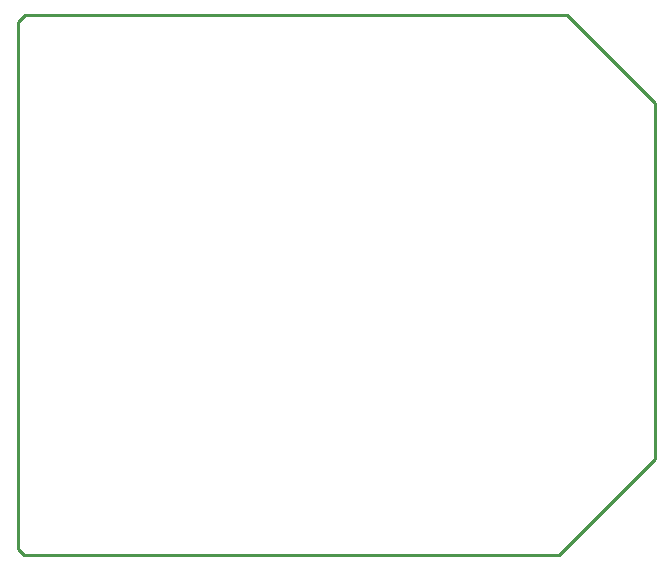
<source format=gko>
G04*
G04 #@! TF.GenerationSoftware,Altium Limited,Altium Designer,18.1.9 (240)*
G04*
G04 Layer_Color=16711935*
%FSLAX25Y25*%
%MOIN*%
G70*
G01*
G75*
%ADD12C,0.01000*%
D12*
X-17000Y-1500D02*
Y174000D01*
Y-1500D02*
X-15000Y-3500D01*
X5000D01*
X-17000Y174000D02*
X-14500Y176500D01*
X3500D01*
X5000Y-3500D02*
X163563D01*
X195500Y28437D01*
Y147000D01*
X166000Y176500D02*
X195500Y147000D01*
X3500Y176500D02*
X166000D01*
M02*

</source>
